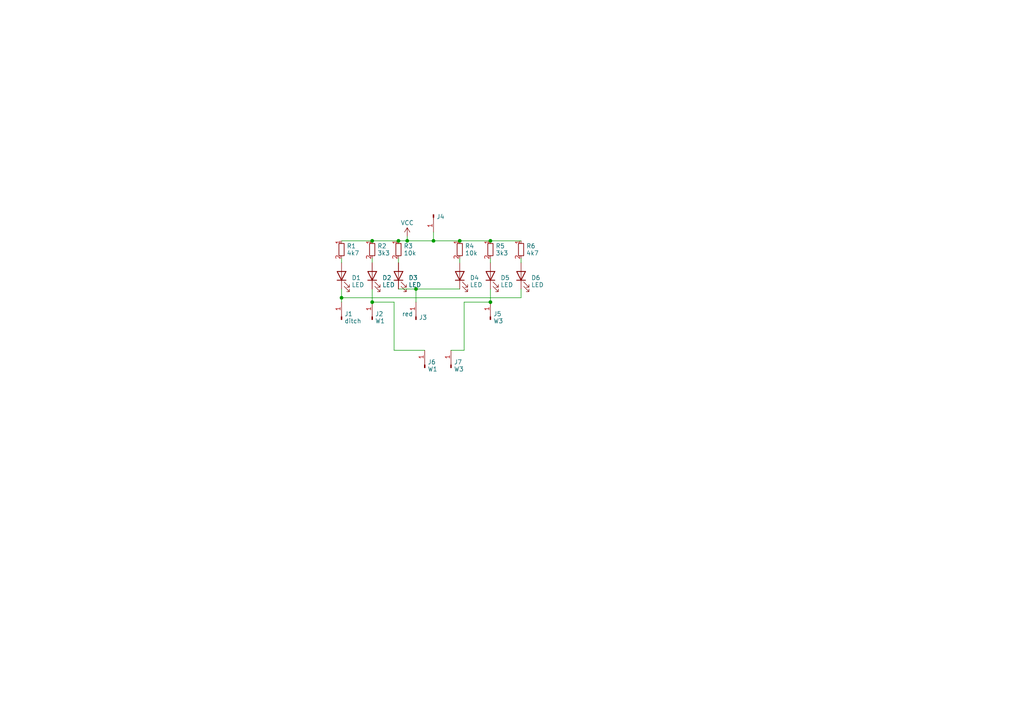
<source format=kicad_sch>
(kicad_sch (version 20230121) (generator eeschema)
  (paper "A4")
  (lib_symbols
    (symbol "Connector:Conn_01x01_Pin" (pin_names (offset 1.016) hide)
      (property "Reference" "J" (at 0 2.54 0))
      (property "Value" "Conn_01x01_Pin" (at 0 -2.54 0))
      (symbol "Conn_01x01_Pin_1_1"
        (polyline (pts (xy 1.27 0) (xy 0.8636 0)) (stroke (width 0.1524)))
        (rectangle (start 0.8636 0.127) (end 0 -0.127) (stroke (width 0.1524)) (fill (type outline)))
        (pin passive line (at 5.08 0 180) (length 3.81) (name "Pin_1") (number "1"))
      )
    )
    (symbol "Device:LED" (pin_numbers hide) (pin_names (offset 1.016) hide)
      (property "Reference" "D" (at 0 2.54 0))
      (property "Value" "LED" (at 0 -2.54 0))
      (symbol "LED_0_1"
        (polyline (pts (xy -1.27 -1.27) (xy -1.27 1.27)) (stroke (width 0.254)))
        (polyline (pts (xy -1.27 0) (xy 1.27 0)))
        (polyline (pts (xy 1.27 -1.27) (xy 1.27 1.27) (xy -1.27 0) (xy 1.27 -1.27)) (stroke (width 0.254)))
        (polyline (pts (xy -3.048 -0.762) (xy -4.572 -2.286) (xy -3.81 -2.286) (xy -4.572 -2.286) (xy -4.572 -1.524)))
        (polyline (pts (xy -1.778 -0.762) (xy -3.302 -2.286) (xy -2.54 -2.286) (xy -3.302 -2.286) (xy -3.302 -1.524)))
      )
      (symbol "LED_1_1"
        (pin passive line (at -3.81 0 0) (length 2.54) (name "K") (number "1"))
        (pin passive line (at 3.81 0 180) (length 2.54) (name "A") (number "2"))
      )
    )
    (symbol "power:VCC" (power) (pin_names (offset 0))
      (property "Value" "VCC" (at 0 3.81 0))
      (symbol "VCC_0_1"
        (polyline (pts (xy -0.762 1.27) (xy 0 2.54)))
        (polyline (pts (xy 0 0) (xy 0 2.54)))
        (polyline (pts (xy 0 2.54) (xy 0.762 1.27)))
      )
      (symbol "VCC_1_1"
        (pin power_in line (at 0 0 90) (length 0) hide (name "VCC") (number "1"))
      )
    )
    (symbol "resistors_0603:R_10k_0603"
      (property "Reference" "R" (at 1.27 2.54 0))
      (property "Value" "10k" (at 2.54 -2.54 0))
      (symbol "R_10k_0603_0_1"
        (rectangle (start -0.762 1.778) (end 0.762 -1.778) (stroke (width 0.2032)))
      )
      (symbol "R_10k_0603_1_1"
        (pin passive line (at 0 2.54 270) (length 0.762) (name "~") (number "1"))
        (pin passive line (at 0 -2.54 90) (length 0.762) (name "~") (number "2"))
      )
    )
    (symbol "resistors_0603:R_3k3_0603"
      (property "Reference" "R" (at 1.27 2.54 0))
      (property "Value" "3k3" (at 2.54 -2.54 0))
      (symbol "R_3k3_0603_0_1"
        (rectangle (start -0.762 1.778) (end 0.762 -1.778) (stroke (width 0.2032)))
      )
      (symbol "R_3k3_0603_1_1"
        (pin passive line (at 0 2.54 270) (length 0.762) (name "~") (number "1"))
        (pin passive line (at 0 -2.54 90) (length 0.762) (name "~") (number "2"))
      )
    )
    (symbol "resistors_0603:R_4k7_0603"
      (property "Reference" "R" (at 1.27 2.54 0))
      (property "Value" "4k7" (at 2.54 -2.54 0))
      (symbol "R_4k7_0603_0_1"
        (rectangle (start -0.762 1.778) (end 0.762 -1.778) (stroke (width 0.2032)))
      )
      (symbol "R_4k7_0603_1_1"
        (pin passive line (at 0 2.54 270) (length 0.762) (name "~") (number "1"))
        (pin passive line (at 0 -2.54 90) (length 0.762) (name "~") (number "2"))
      )
    )
  )
  (junction (at 99.06 86.36))
  (junction (at 115.57 69.85))
  (junction (at 133.35 69.85))
  (junction (at 120.65 83.82))
  (junction (at 125.73 69.85))
  (junction (at 107.95 69.85))
  (junction (at 142.24 87.63))
  (junction (at 107.95 87.63))
  (junction (at 142.24 69.85))
  (junction (at 118.11 69.85))
  (wire (pts (xy 133.35 74.93) (xy 133.35 76.2)))
  (wire (pts (xy 130.81 101.6) (xy 134.62 101.6)))
  (wire (pts (xy 133.35 69.85) (xy 142.24 69.85)))
  (wire (pts (xy 142.24 74.93) (xy 142.24 76.2)))
  (wire (pts (xy 114.3 87.63) (xy 114.3 101.6)))
  (wire (pts (xy 125.73 69.85) (xy 133.35 69.85)))
  (wire (pts (xy 99.06 74.93) (xy 99.06 76.2)))
  (wire (pts (xy 118.11 69.85) (xy 125.73 69.85)))
  (wire (pts (xy 151.13 86.36) (xy 151.13 83.82)))
  (wire (pts (xy 142.24 69.85) (xy 151.13 69.85)))
  (wire (pts (xy 134.62 87.63) (xy 142.24 87.63)))
  (wire (pts (xy 107.95 69.85) (xy 115.57 69.85)))
  (wire (pts (xy 118.11 68.58) (xy 118.11 69.85)))
  (wire (pts (xy 99.06 69.85) (xy 107.95 69.85)))
  (wire (pts (xy 107.95 83.82) (xy 107.95 87.63)))
  (wire (pts (xy 115.57 69.85) (xy 118.11 69.85)))
  (wire (pts (xy 115.57 83.82) (xy 120.65 83.82)))
  (wire (pts (xy 107.95 87.63) (xy 114.3 87.63)))
  (wire (pts (xy 99.06 86.36) (xy 151.13 86.36)))
  (wire (pts (xy 120.65 83.82) (xy 120.65 87.63)))
  (wire (pts (xy 134.62 101.6) (xy 134.62 87.63)))
  (wire (pts (xy 142.24 83.82) (xy 142.24 87.63)))
  (wire (pts (xy 151.13 74.93) (xy 151.13 76.2)))
  (wire (pts (xy 115.57 74.93) (xy 115.57 76.2)))
  (wire (pts (xy 99.06 83.82) (xy 99.06 86.36)))
  (wire (pts (xy 114.3 101.6) (xy 123.19 101.6)))
  (wire (pts (xy 125.73 67.31) (xy 125.73 69.85)))
  (wire (pts (xy 107.95 74.93) (xy 107.95 76.2)))
  (wire (pts (xy 120.65 83.82) (xy 133.35 83.82)))
  (wire (pts (xy 99.06 86.36) (xy 99.06 87.63)))
  (symbol (lib_id "power:VCC") (at 118.11 68.58 0) (unit 1)
    (property "Reference" "#PWR0101" (effects hide))
    (property "Value" "VCC" (at 118.11 64.635 0))
  )
  (symbol (lib_id "resistors_0603:R_10k_0603") (at 115.57 72.39 0) (unit 1)
    (property "Reference" "R3" (at 117.0686 71.366 0) (effects (justify left)))
    (property "Value" "10k" (at 117.0686 73.414 0) (effects (justify left)))
    (property "Footprint" "custom_kicad_lib_sk:R_0603_smalltext" (effects hide))
    (property "JLCPCB Part#" "C25804" (effects hide))
  )
  (symbol (lib_id "Device:LED") (at 107.95 80.01 90) (unit 1)
    (property "Reference" "D2" (at 110.871 80.5735 90) (effects (justify right)))
    (property "Value" "LED" (at 110.871 82.6215 90) (effects (justify right)))
    (property "Footprint" "LED_SMD:LED_0603_1608Metric_Pad1.05x0.95mm_HandSolder" (effects hide))
  )
  (symbol (lib_id "Device:LED") (at 151.13 80.01 90) (unit 1)
    (property "Reference" "D6" (at 154.051 80.5735 90) (effects (justify right)))
    (property "Value" "LED" (at 154.051 82.6215 90) (effects (justify right)))
    (property "Footprint" "LED_SMD:LED_0603_1608Metric_Pad1.05x0.95mm_HandSolder" (effects hide))
  )
  (symbol (lib_id "Device:LED") (at 99.06 80.01 90) (unit 1)
    (property "Reference" "D1" (at 101.981 80.5735 90) (effects (justify right)))
    (property "Value" "LED" (at 101.981 82.6215 90) (effects (justify right)))
    (property "Footprint" "LED_SMD:LED_0603_1608Metric_Pad1.05x0.95mm_HandSolder" (effects hide))
  )
  (symbol (lib_id "Device:LED") (at 133.35 80.01 90) (unit 1)
    (property "Reference" "D4" (at 136.271 80.5735 90) (effects (justify right)))
    (property "Value" "LED" (at 136.271 82.6215 90) (effects (justify right)))
    (property "Footprint" "LED_SMD:LED_0603_1608Metric_Pad1.05x0.95mm_HandSolder" (effects hide))
  )
  (symbol (lib_id "resistors_0603:R_4k7_0603") (at 99.06 72.39 0) (unit 1)
    (property "Reference" "R1" (at 100.5586 71.366 0) (effects (justify left)))
    (property "Value" "4k7" (at 100.5586 73.414 0) (effects (justify left)))
    (property "Footprint" "custom_kicad_lib_sk:R_0603_smalltext" (effects hide))
    (property "JLCPCB Part#" "C23162" (effects hide))
  )
  (symbol (lib_id "resistors_0603:R_3k3_0603") (at 107.95 72.39 0) (unit 1)
    (property "Reference" "R2" (at 109.4486 71.366 0) (effects (justify left)))
    (property "Value" "3k3" (at 109.4486 73.414 0) (effects (justify left)))
    (property "Footprint" "custom_kicad_lib_sk:R_0603_smalltext" (effects hide))
    (property "JLCPCB Part#" "C22978" (effects hide))
  )
  (symbol (lib_id "Device:LED") (at 142.24 80.01 90) (unit 1)
    (property "Reference" "D5" (at 145.161 80.5735 90) (effects (justify right)))
    (property "Value" "LED" (at 145.161 82.6215 90) (effects (justify right)))
    (property "Footprint" "LED_SMD:LED_0603_1608Metric_Pad1.05x0.95mm_HandSolder" (effects hide))
  )
  (symbol (lib_id "Device:LED") (at 115.57 80.01 90) (unit 1)
    (property "Reference" "D3" (at 118.491 80.5735 90) (effects (justify right)))
    (property "Value" "LED" (at 118.491 82.6215 90) (effects (justify right)))
    (property "Footprint" "LED_SMD:LED_0603_1608Metric_Pad1.05x0.95mm_HandSolder" (effects hide))
  )
  (symbol (lib_id "resistors_0603:R_10k_0603") (at 133.35 72.39 0) (unit 1)
    (property "Reference" "R4" (at 134.8486 71.366 0) (effects (justify left)))
    (property "Value" "10k" (at 134.8486 73.414 0) (effects (justify left)))
    (property "Footprint" "custom_kicad_lib_sk:R_0603_smalltext" (effects hide))
    (property "JLCPCB Part#" "C25804" (effects hide))
  )
  (symbol (lib_id "Connector:Conn_01x01_Pin") (at 125.73 62.23 270) (unit 1)
    (property "Reference" "J4" (at 126.5682 62.865 90) (effects (justify left)))
    (property "Value" "Conn_01x01_Pin" (effects hide))
    (property "Footprint" "Connector_Wire:SolderWirePad_1x01_SMD_1x2mm" (effects hide))
  )
  (symbol (lib_id "resistors_0603:R_3k3_0603") (at 142.24 72.39 0) (unit 1)
    (property "Reference" "R5" (at 143.7386 71.366 0) (effects (justify left)))
    (property "Value" "3k3" (at 143.7386 73.414 0) (effects (justify left)))
    (property "Footprint" "custom_kicad_lib_sk:R_0603_smalltext" (effects hide))
    (property "JLCPCB Part#" "C22978" (effects hide))
  )
  (symbol (lib_id "resistors_0603:R_4k7_0603") (at 151.13 72.39 0) (unit 1)
    (property "Reference" "R6" (at 152.6286 71.366 0) (effects (justify left)))
    (property "Value" "4k7" (at 152.6286 73.414 0) (effects (justify left)))
    (property "Footprint" "custom_kicad_lib_sk:R_0603_smalltext" (effects hide))
    (property "JLCPCB Part#" "C23162" (effects hide))
  )
  (symbol (lib_id "Connector:Conn_01x01_Pin") (at 120.65 92.71 90) (unit 1)
    (property "Reference" "J3" (at 121.4882 92.075 90) (effects (justify right)))
    (property "Value" "red" (at 119.8118 91.051 90) (effects (justify left)))
    (property "Footprint" "Connector_Wire:SolderWirePad_1x01_SMD_1x2mm" (effects hide))
  )
  (symbol (lib_id "Connector:Conn_01x01_Pin") (at 142.24 92.71 90) (unit 1)
    (property "Reference" "J5" (at 143.0782 91.051 90) (effects (justify right)))
    (property "Value" "W3" (at 143.0782 93.099 90) (effects (justify right)))
    (property "Footprint" "Connector_Wire:SolderWirePad_1x01_SMD_1x2mm" (effects hide))
  )
  (symbol (lib_id "Connector:Conn_01x01_Pin") (at 99.06 92.71 90) (unit 1)
    (property "Reference" "J1" (at 99.8982 91.051 90) (effects (justify right)))
    (property "Value" "ditch" (at 99.8982 93.099 90) (effects (justify right)))
    (property "Footprint" "Connector_Wire:SolderWirePad_1x01_SMD_1x2mm" (effects hide))
  )
  (symbol (lib_id "Connector:Conn_01x01_Pin") (at 130.81 106.68 90) (unit 1)
    (property "Reference" "J7" (at 131.6482 105.021 90) (effects (justify right)))
    (property "Value" "W3" (at 131.6482 107.069 90) (effects (justify right)))
    (property "Footprint" "Connector_Wire:SolderWirePad_1x01_SMD_1x2mm" (effects hide))
  )
  (symbol (lib_id "Connector:Conn_01x01_Pin") (at 107.95 92.71 90) (unit 1)
    (property "Reference" "J2" (at 108.7882 91.051 90) (effects (justify right)))
    (property "Value" "W1" (at 108.7882 93.099 90) (effects (justify right)))
    (property "Footprint" "Connector_Wire:SolderWirePad_1x01_SMD_1x2mm" (effects hide))
  )
  (symbol (lib_id "Connector:Conn_01x01_Pin") (at 123.19 106.68 90) (unit 1)
    (property "Reference" "J6" (at 124.0282 105.021 90) (effects (justify right)))
    (property "Value" "W1" (at 124.0282 107.069 90) (effects (justify right)))
    (property "Footprint" "Connector_Wire:SolderWirePad_1x01_SMD_1x2mm" (effects hide))
  )
)
</source>
